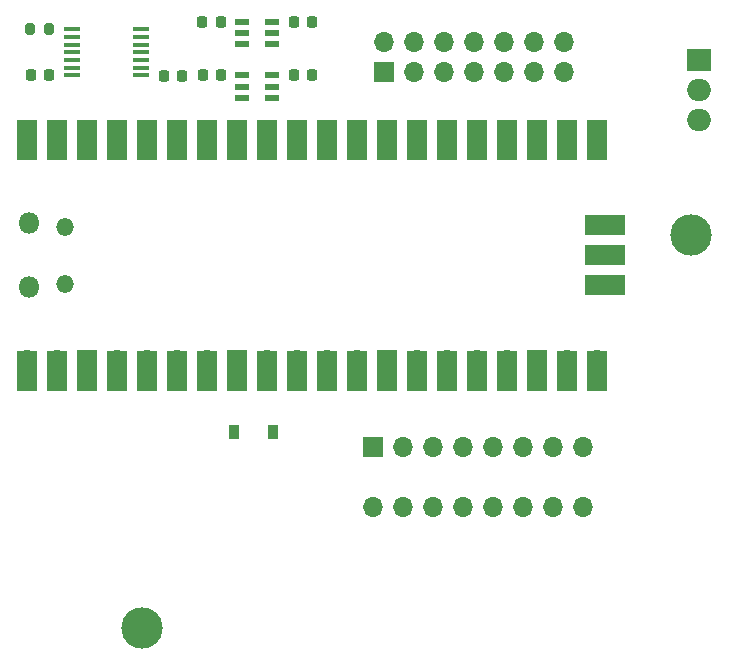
<source format=gts>
G04 #@! TF.GenerationSoftware,KiCad,Pcbnew,(6.0.4)*
G04 #@! TF.CreationDate,2023-05-30T12:53:04+02:00*
G04 #@! TF.ProjectId,MicroPicoDrive,4d696372-6f50-4696-936f-44726976652e,rev?*
G04 #@! TF.SameCoordinates,Original*
G04 #@! TF.FileFunction,Soldermask,Top*
G04 #@! TF.FilePolarity,Negative*
%FSLAX46Y46*%
G04 Gerber Fmt 4.6, Leading zero omitted, Abs format (unit mm)*
G04 Created by KiCad (PCBNEW (6.0.4)) date 2023-05-30 12:53:04*
%MOMM*%
%LPD*%
G01*
G04 APERTURE LIST*
G04 Aperture macros list*
%AMRoundRect*
0 Rectangle with rounded corners*
0 $1 Rounding radius*
0 $2 $3 $4 $5 $6 $7 $8 $9 X,Y pos of 4 corners*
0 Add a 4 corners polygon primitive as box body*
4,1,4,$2,$3,$4,$5,$6,$7,$8,$9,$2,$3,0*
0 Add four circle primitives for the rounded corners*
1,1,$1+$1,$2,$3*
1,1,$1+$1,$4,$5*
1,1,$1+$1,$6,$7*
1,1,$1+$1,$8,$9*
0 Add four rect primitives between the rounded corners*
20,1,$1+$1,$2,$3,$4,$5,0*
20,1,$1+$1,$4,$5,$6,$7,0*
20,1,$1+$1,$6,$7,$8,$9,0*
20,1,$1+$1,$8,$9,$2,$3,0*%
G04 Aperture macros list end*
%ADD10RoundRect,0.225000X0.225000X0.250000X-0.225000X0.250000X-0.225000X-0.250000X0.225000X-0.250000X0*%
%ADD11C,3.500000*%
%ADD12RoundRect,0.225000X-0.225000X-0.250000X0.225000X-0.250000X0.225000X0.250000X-0.225000X0.250000X0*%
%ADD13R,1.200000X0.600000*%
%ADD14R,0.900000X1.200000*%
%ADD15O,1.500000X1.500000*%
%ADD16O,1.800000X1.800000*%
%ADD17O,1.700000X1.700000*%
%ADD18R,1.700000X3.500000*%
%ADD19R,1.700000X1.700000*%
%ADD20R,3.500000X1.700000*%
%ADD21R,2.000000X1.905000*%
%ADD22O,2.000000X1.905000*%
%ADD23R,1.475000X0.450000*%
%ADD24RoundRect,0.200000X0.200000X0.275000X-0.200000X0.275000X-0.200000X-0.275000X0.200000X-0.275000X0*%
G04 APERTURE END LIST*
D10*
X133025000Y-78950000D03*
X131475000Y-78950000D03*
D11*
X126315000Y-125700000D03*
D12*
X139175000Y-74400000D03*
X140725000Y-74400000D03*
D13*
X134825000Y-74425000D03*
X134825000Y-75375000D03*
X134825000Y-76325000D03*
X137325000Y-76325000D03*
X137325000Y-75375000D03*
X137325000Y-74425000D03*
D10*
X133000000Y-74475000D03*
X131450000Y-74475000D03*
D14*
X134165000Y-109125000D03*
X137465000Y-109125000D03*
D12*
X139175000Y-78950000D03*
X140725000Y-78950000D03*
D15*
X119795000Y-96600000D03*
X119795000Y-91750000D03*
D16*
X116765000Y-96900000D03*
X116765000Y-91450000D03*
D17*
X116635000Y-103065000D03*
D18*
X116635000Y-103965000D03*
D17*
X119175000Y-103065000D03*
D18*
X119175000Y-103965000D03*
D19*
X121715000Y-103065000D03*
D18*
X121715000Y-103965000D03*
D17*
X124255000Y-103065000D03*
D18*
X124255000Y-103965000D03*
D17*
X126795000Y-103065000D03*
D18*
X126795000Y-103965000D03*
D17*
X129335000Y-103065000D03*
D18*
X129335000Y-103965000D03*
D17*
X131875000Y-103065000D03*
D18*
X131875000Y-103965000D03*
D19*
X134415000Y-103065000D03*
D18*
X134415000Y-103965000D03*
D17*
X136955000Y-103065000D03*
D18*
X136955000Y-103965000D03*
D17*
X139495000Y-103065000D03*
D18*
X139495000Y-103965000D03*
D17*
X142035000Y-103065000D03*
D18*
X142035000Y-103965000D03*
X144575000Y-103965000D03*
D17*
X144575000Y-103065000D03*
D19*
X147115000Y-103065000D03*
D18*
X147115000Y-103965000D03*
D17*
X149655000Y-103065000D03*
D18*
X149655000Y-103965000D03*
X152195000Y-103965000D03*
D17*
X152195000Y-103065000D03*
D18*
X154735000Y-103965000D03*
D17*
X154735000Y-103065000D03*
X157275000Y-103065000D03*
D18*
X157275000Y-103965000D03*
D19*
X159815000Y-103065000D03*
D18*
X159815000Y-103965000D03*
X162355000Y-103965000D03*
D17*
X162355000Y-103065000D03*
D18*
X164895000Y-103965000D03*
D17*
X164895000Y-103065000D03*
X164895000Y-85285000D03*
D18*
X164895000Y-84385000D03*
X162355000Y-84385000D03*
D17*
X162355000Y-85285000D03*
D19*
X159815000Y-85285000D03*
D18*
X159815000Y-84385000D03*
D17*
X157275000Y-85285000D03*
D18*
X157275000Y-84385000D03*
D17*
X154735000Y-85285000D03*
D18*
X154735000Y-84385000D03*
D17*
X152195000Y-85285000D03*
D18*
X152195000Y-84385000D03*
D17*
X149655000Y-85285000D03*
D18*
X149655000Y-84385000D03*
D19*
X147115000Y-85285000D03*
D18*
X147115000Y-84385000D03*
D17*
X144575000Y-85285000D03*
D18*
X144575000Y-84385000D03*
D17*
X142035000Y-85285000D03*
D18*
X142035000Y-84385000D03*
X139495000Y-84385000D03*
D17*
X139495000Y-85285000D03*
X136955000Y-85285000D03*
D18*
X136955000Y-84385000D03*
D19*
X134415000Y-85285000D03*
D18*
X134415000Y-84385000D03*
X131875000Y-84385000D03*
D17*
X131875000Y-85285000D03*
D18*
X129335000Y-84385000D03*
D17*
X129335000Y-85285000D03*
D18*
X126795000Y-84385000D03*
D17*
X126795000Y-85285000D03*
X124255000Y-85285000D03*
D18*
X124255000Y-84385000D03*
X121715000Y-84385000D03*
D19*
X121715000Y-85285000D03*
D18*
X119175000Y-84385000D03*
D17*
X119175000Y-85285000D03*
X116635000Y-85285000D03*
D18*
X116635000Y-84385000D03*
D17*
X164665000Y-96715000D03*
D20*
X165565000Y-96715000D03*
D19*
X164665000Y-94175000D03*
D20*
X165565000Y-94175000D03*
D17*
X164665000Y-91635000D03*
D20*
X165565000Y-91635000D03*
D13*
X134825000Y-78950000D03*
X134825000Y-79900000D03*
X134825000Y-80850000D03*
X137325000Y-80850000D03*
X137325000Y-79900000D03*
X137325000Y-78950000D03*
D19*
X146850000Y-78625000D03*
D17*
X146850000Y-76085000D03*
X149390000Y-78625000D03*
X149390000Y-76085000D03*
X151930000Y-78625000D03*
X151930000Y-76085000D03*
X154470000Y-78625000D03*
X154470000Y-76085000D03*
X157010000Y-78625000D03*
X157010000Y-76085000D03*
X159550000Y-78625000D03*
X159550000Y-76085000D03*
X162090000Y-78625000D03*
X162090000Y-76085000D03*
D12*
X128200000Y-78975000D03*
X129750000Y-78975000D03*
D21*
X173495000Y-77660000D03*
D22*
X173495000Y-80200000D03*
X173495000Y-82740000D03*
D10*
X118460000Y-78950000D03*
X116910000Y-78950000D03*
D19*
X145875000Y-110375000D03*
D17*
X145875000Y-115455000D03*
X148415000Y-110375000D03*
X148415000Y-115455000D03*
X150955000Y-110375000D03*
X150955000Y-115455000D03*
X153495000Y-110375000D03*
X153495000Y-115455000D03*
X156035000Y-110375000D03*
X156035000Y-115455000D03*
X158575000Y-110375000D03*
X158575000Y-115455000D03*
X161115000Y-110375000D03*
X161115000Y-115455000D03*
X163655000Y-110375000D03*
X163655000Y-115455000D03*
D23*
X126263000Y-78950000D03*
X126263000Y-78300000D03*
X126263000Y-77650000D03*
X126263000Y-77000000D03*
X126263000Y-76350000D03*
X126263000Y-75700000D03*
X126263000Y-75050000D03*
X120387000Y-75050000D03*
X120387000Y-75700000D03*
X120387000Y-76350000D03*
X120387000Y-77000000D03*
X120387000Y-77650000D03*
X120387000Y-78300000D03*
X120387000Y-78950000D03*
D11*
X172815000Y-92450000D03*
D24*
X118485000Y-75025000D03*
X116835000Y-75025000D03*
M02*

</source>
